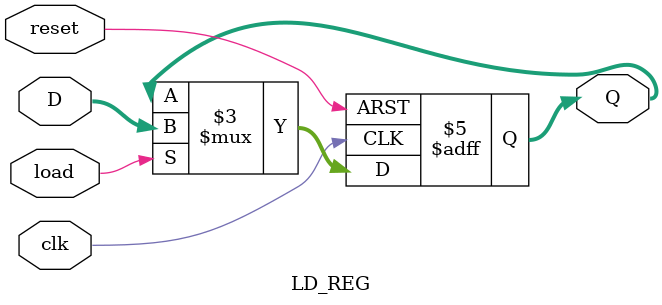
<source format=v>
`timescale 1ns / 1ps
module LD_REG(clk, reset, load, D, Q);
    input            clk, reset, load;
    input      [7:0] D; 
    output reg [7:0] Q; 

    always @(posedge clk, posedge reset)
            if      (reset) Q <= 7'b0;
            else if (load)	Q <= D; 
            else 		    Q <= Q;

endmodule

</source>
